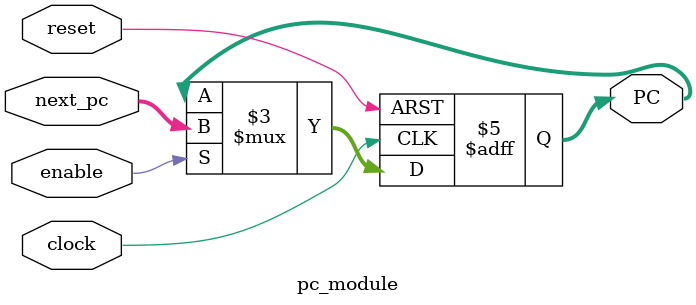
<source format=v>
module pc_module (
    input wire clock,       // Clock signal
    input wire reset,       // Reset signal to initialize PC
    input wire enable,      // Enable signal for updating PC
    input wire [15:0] next_pc, // Next PC value to be loaded
    output reg [15:0] PC    // Current PC value
);

    // Always block triggered on the rising edge of the clock or reset signal
    always @(posedge clock or posedge reset) begin
        if (reset) begin
            PC <= 16'b0;  // If reset is high, initialize PC to 0
        end else if (enable) begin
            PC <= next_pc; // If enable is high, update PC with next_pc value
        end else begin
            PC <= PC;     // If neither reset nor enable is high, maintain the current PC value
        end
    end

endmodule

</source>
